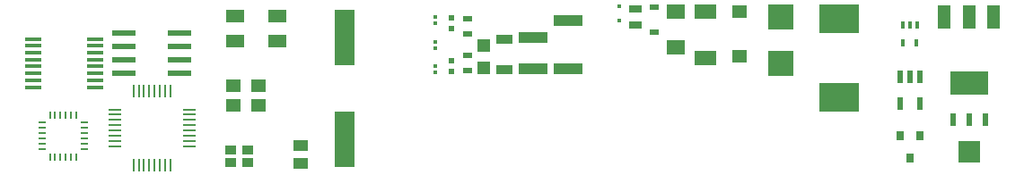
<source format=gbr>
G04 EAGLE Gerber RS-274X export*
G75*
%MOMM*%
%FSLAX34Y34*%
%LPD*%
%INSolderpaste Bottom*%
%IPPOS*%
%AMOC8*
5,1,8,0,0,1.08239X$1,22.5*%
G01*
%ADD10R,0.300000X0.300000*%
%ADD11R,0.600000X0.500000*%
%ADD12R,0.900000X0.600000*%
%ADD13R,1.300000X1.200000*%
%ADD14R,1.600000X0.900000*%
%ADD15R,2.800000X1.000000*%
%ADD16R,1.219200X2.235200*%
%ADD17R,3.600000X2.200000*%
%ADD18R,0.580000X1.200000*%
%ADD19R,2.000000X2.000000*%
%ADD20R,0.550000X1.200000*%
%ADD21R,0.800000X0.900000*%
%ADD22R,0.400000X0.750000*%
%ADD23R,0.330200X0.685800*%
%ADD24R,1.800000X1.200000*%
%ADD25R,1.400000X1.200000*%
%ADD26R,1.050000X0.900000*%
%ADD27R,1.930400X5.334000*%
%ADD28R,1.400000X1.000000*%
%ADD29R,1.200000X0.800000*%
%ADD30R,0.350000X0.350000*%
%ADD31R,1.470000X1.270000*%
%ADD32R,2.400000X2.400000*%
%ADD33R,3.800000X2.800000*%
%ADD34R,2.100000X1.400000*%
%ADD35R,0.830000X0.630000*%
%ADD36R,1.800000X1.400000*%
%ADD37R,1.600000X0.350000*%
%ADD38R,2.209800X0.609600*%
%ADD39R,0.800000X0.250000*%
%ADD40R,0.250000X0.800000*%
%ADD41R,1.143000X0.254000*%
%ADD42R,0.254000X1.143000*%


D10*
X976376Y119332D03*
X976376Y113332D03*
D11*
X991616Y124380D03*
X991616Y114380D03*
D12*
X1006856Y129928D03*
X1006856Y114928D03*
D13*
X1022096Y138770D03*
X1022096Y117770D03*
D14*
X1041654Y145310D03*
X1041654Y116310D03*
D15*
X1068832Y116826D03*
X1068832Y146826D03*
X1102106Y162700D03*
X1102106Y116700D03*
D16*
X1457198Y165862D03*
X1480312Y165862D03*
X1503426Y165862D03*
D17*
X1480312Y103884D03*
D18*
X1465312Y69054D03*
X1480312Y69054D03*
X1495312Y69054D03*
D19*
X1480312Y38054D03*
D20*
X1414932Y109775D03*
X1424432Y109775D03*
X1433932Y109775D03*
X1433932Y83773D03*
X1414932Y83773D03*
D21*
X1424432Y32434D03*
X1433932Y53434D03*
X1414932Y53434D03*
D22*
X1417932Y141864D03*
X1430932Y141864D03*
D23*
X1417701Y158369D03*
X1424432Y158369D03*
X1431163Y158369D03*
D24*
X827720Y143194D03*
X787720Y167194D03*
X827720Y167194D03*
X787720Y143194D03*
D25*
X809814Y101194D03*
X785814Y101194D03*
X809814Y82194D03*
X785814Y82194D03*
D26*
X799668Y28290D03*
X783768Y40290D03*
X799668Y40290D03*
X783768Y28290D03*
D27*
X891286Y147066D03*
X891286Y50546D03*
D28*
X849630Y44568D03*
X849630Y27568D03*
D29*
X1165352Y174116D03*
X1165352Y158116D03*
D30*
X1150112Y176422D03*
X1150112Y162922D03*
D31*
X1263396Y128614D03*
X1263396Y171614D03*
D32*
X1302512Y166018D03*
X1302512Y122018D03*
D33*
X1358138Y164254D03*
X1358138Y90254D03*
D34*
X1231392Y126844D03*
X1231392Y170844D03*
D35*
X1183132Y152076D03*
X1183132Y175076D03*
D36*
X1203452Y171178D03*
X1203452Y137178D03*
D37*
X597102Y99670D03*
X597102Y106170D03*
X597102Y112670D03*
X597102Y119170D03*
X597102Y125670D03*
X597102Y132170D03*
X597102Y138670D03*
X597102Y145170D03*
X656102Y145170D03*
X656102Y138670D03*
X656102Y132170D03*
X656102Y125670D03*
X656102Y119170D03*
X656102Y112670D03*
X656102Y106170D03*
X656102Y99670D03*
D38*
X683260Y113030D03*
X683260Y125730D03*
X683260Y138430D03*
X683260Y151130D03*
X735584Y151130D03*
X735584Y138430D03*
X735584Y125730D03*
X735584Y113030D03*
D39*
X605602Y40840D03*
X605602Y45840D03*
X605602Y50840D03*
X605602Y55840D03*
X605602Y60840D03*
X605602Y65840D03*
D40*
X613102Y73340D03*
X618102Y73340D03*
X623102Y73340D03*
X628102Y73340D03*
X633102Y73340D03*
X638102Y73340D03*
D39*
X645602Y65840D03*
X645602Y60840D03*
X645602Y55840D03*
X645602Y50840D03*
X645602Y45840D03*
X645602Y40840D03*
D40*
X638102Y33340D03*
X633102Y33340D03*
X628102Y33340D03*
X623102Y33340D03*
X618102Y33340D03*
X613102Y33340D03*
D41*
X674422Y43460D03*
X674422Y48460D03*
X674422Y53460D03*
X674422Y58460D03*
X674422Y63460D03*
X674422Y68460D03*
X674422Y73460D03*
X674422Y78460D03*
D42*
X691922Y95960D03*
X696922Y95960D03*
X701922Y95960D03*
X706922Y95960D03*
X711922Y95960D03*
X716922Y95960D03*
X721922Y95960D03*
X726922Y95960D03*
D41*
X744422Y78460D03*
X744422Y73460D03*
X744422Y68460D03*
X744422Y63460D03*
X744422Y58460D03*
X744422Y53460D03*
X744422Y48460D03*
X744422Y43460D03*
D42*
X726922Y25960D03*
X721922Y25960D03*
X716922Y25960D03*
X711922Y25960D03*
X706922Y25960D03*
X701922Y25960D03*
X696922Y25960D03*
X691922Y25960D03*
D10*
X976376Y166068D03*
X976376Y160068D03*
D11*
X991616Y165020D03*
X991616Y155020D03*
D12*
X1006856Y164726D03*
X1006856Y149726D03*
D10*
X976376Y142700D03*
X976376Y136700D03*
M02*

</source>
